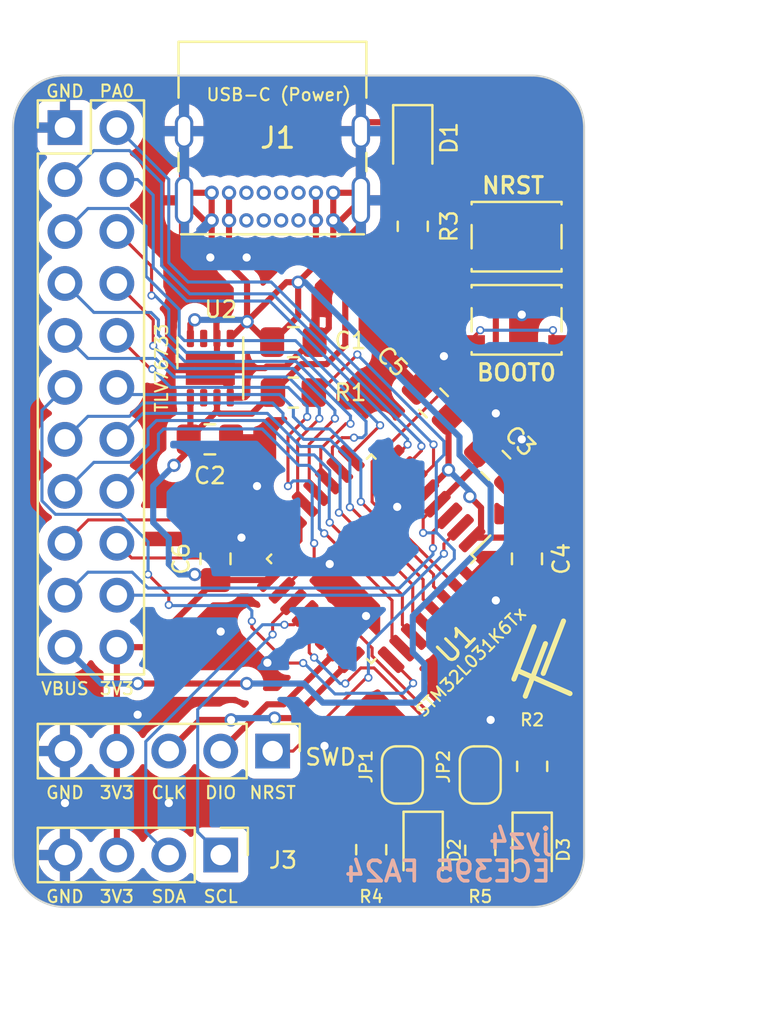
<source format=kicad_pcb>
(kicad_pcb (version 20221018) (generator pcbnew)
  (layers (0 "F.Cu" signal) (31 "B.Cu" signal) (34 "B.Paste" user) (35 "F.Paste" user) (36 "B.SilkS" user "B.Silkscreen") (37 "F.SilkS" user "F.Silkscreen") (38 "B.Mask" user) (39 "F.Mask" user) (44 "Edge.Cuts" user))
  (net 0 "")
  (net 1 "VBUS")
  (net 2 "GND")
  (net 3 "+3V3")
  (net 4 "NRST")
  (net 5 "Net-(D1-A)")
  (net 6 "Net-(D2-A)")
  (net 7 "Net-(D3-A)")
  (net 16 "SWDIO")
  (net 17 "SWCLK")
  (net 18 "I2C1_SCL")
  (net 19 "I2C1_SDA")
  (net 20 "PA0")
  (net 21 "PA1")
  (net 22 "PA2")
  (net 23 "PA3")
  (net 24 "PA4")
  (net 25 "PA5")
  (net 26 "PA6")
  (net 27 "PA7")
  (net 28 "PA8")
  (net 29 "PA15")
  (net 30 "PC14")
  (net 31 "PC15")
  (net 32 "PB0")
  (net 33 "PB1")
  (net 34 "PB3")
  (net 35 "PB4")
  (net 36 "PB5")
  (net 37 "PB6")
  (net 38 "PB7")
  (net 39 "Net-(JP1-A)")
  (net 40 "USER_LED_1")
  (net 41 "Net-(JP2-A)")
  (net 42 "USER_LED_2")
  (net 43 "BOOT0")
  (footprint "Resistor_SMD:R_0805_2012Metric_Pad1.20x1.40mm_HandSolder" (layer "F.Cu") (at 36.068 27.686 90)
    (fp_text reference "R3")
    (fp_text value "1k")
  )
  (footprint "Package_SON:VSON-8-1EP_3x3mm_P0.65mm_EP1.65x2.4mm" (layer "F.Cu") (at 26.162 34.618 90)
    (fp_text reference "U2")
    (fp_text value "TLV76733QWDRBxQ1")
  )
  (footprint "Capacitor_SMD:C_0805_2012Metric_Pad1.18x1.45mm_HandSolder" (layer "F.Cu") (at 26.416 43.942 90)
    (fp_text reference "C6")
    (fp_text value "100nF")
  )
  (footprint "Button_Switch_SMD:SW_SPST_PTS810" (layer "F.Cu") (at 41.148 32.258 180)
    (fp_text reference "SW2" hide)
    (fp_text value "BOOT")
  )
  (footprint "Capacitor_SMD:C_0805_2012Metric_Pad1.18x1.45mm_HandSolder" (layer "F.Cu") (at 40.132 39.37 -45)
    (fp_text reference "C3")
    (fp_text value "100nF")
  )
  (footprint "Capacitor_SMD:C_0805_2012Metric_Pad1.18x1.45mm_HandSolder" (layer "F.Cu") (at 37.084 36.322 135)
    (fp_text reference "C5")
    (fp_text value "100nF")
  )
  (footprint "Package_QFP:LQFP-32_7x7mm_P0.8mm" (layer "F.Cu") (at 34.036 43.942 -135)
    (fp_text reference "U1")
    (fp_text value "STM32L031K6Tx")
  )
  (footprint "LED_SMD:LED_0805_2012Metric_Pad1.15x1.40mm_HandSolder" (layer "F.Cu") (at 41.91 58.207 -90)
    (fp_text reference "D3")
    (fp_text value "LED")
  )
  (footprint "Connector_USB:USB_C_Receptacle_GCT_USB4085" (layer "F.Cu") (at 32.178 27.396 180)
    (fp_text reference "J1")
    (fp_text value "USB_C_Receptacle_USB2.0")
  )
  (footprint "footprints:lutet_logo_5mm" (layer "F.Cu") (at 42.418 49.276)
    (fp_text reference "REF**" hide)
    (fp_text value "lutet_logo_5mm" hide)
  )
  (footprint "Resistor_SMD:R_0805_2012Metric_Pad1.20x1.40mm_HandSolder" (layer "F.Cu") (at 30.226 35.814)
    (fp_text reference "R1")
    (fp_text value "10k")
  )
  (footprint "Jumper:SolderJumper-2_P1.3mm_Bridged2Bar_RoundedPad1.0x1.5mm" (layer "F.Cu") (at 39.37 54.509 90)
    (fp_text reference "JP2")
    (fp_text value "USER_LED_2_EN")
  )
  (footprint "Capacitor_SMD:C_0805_2012Metric_Pad1.18x1.45mm_HandSolder" (layer "F.Cu") (at 30.226 33.348)
    (fp_text reference "C1")
    (fp_text value "1uF")
  )
  (footprint "Connector_PinHeader_2.54mm:PinHeader_1x04_P2.54mm_Vertical" (layer "F.Cu") (at 26.67 58.42 -90)
    (fp_text reference "J3")
    (fp_text value "I2C1")
  )
  (footprint "Resistor_SMD:R_0805_2012Metric_Pad1.20x1.40mm_HandSolder" (layer "F.Cu") (at 39.37 58.191 -90)
    (fp_text reference "R5")
    (fp_text value "1k")
  )
  (footprint "Resistor_SMD:R_0805_2012Metric_Pad1.20x1.40mm_HandSolder" (layer "F.Cu") (at 34.036 58.159 -90)
    (fp_text reference "R4")
    (fp_text value "1k")
  )
  (footprint "Capacitor_SMD:C_0805_2012Metric_Pad1.18x1.45mm_HandSolder" (layer "F.Cu") (at 26.1405 38.1)
    (fp_text reference "C2")
    (fp_text value "2.2uF")
  )
  (footprint "Button_Switch_SMD:SW_SPST_PTS810" (layer "F.Cu") (at 41.148 28.194)
    (fp_text reference "SW1" hide)
    (fp_text value "RST")
  )
  (footprint "Resistor_SMD:R_0805_2012Metric_Pad1.20x1.40mm_HandSolder" (layer "F.Cu") (at 41.91 54.086 -90)
    (fp_text reference "R2")
    (fp_text value "10k")
  )
  (footprint "LED_SMD:LED_0805_2012Metric_Pad1.15x1.40mm_HandSolder" (layer "F.Cu") (at 36.576 58.166 -90)
    (fp_text reference "D2")
    (fp_text value "LED")
  )
  (footprint "Capacitor_SMD:C_0805_2012Metric_Pad1.18x1.45mm_HandSolder" (layer "F.Cu") (at 41.656 43.942 -90)
    (fp_text reference "C4")
    (fp_text value "100nF")
  )
  (footprint "LED_SMD:LED_0805_2012Metric_Pad1.15x1.40mm_HandSolder" (layer "F.Cu") (at 36.068 23.622 -90)
    (fp_text reference "D1")
    (fp_text value "LED")
  )
  (footprint "Connector_PinHeader_2.54mm:PinHeader_2x11_P2.54mm_Vertical" (layer "F.Cu") (at 19.05 22.86)
    (fp_text reference "J4" hide)
    (fp_text value "GPIO")
  )
  (footprint "Jumper:SolderJumper-2_P1.3mm_Bridged2Bar_RoundedPad1.0x1.5mm" (layer "F.Cu") (at 35.56 54.507 90)
    (fp_text reference "JP1")
    (fp_text value "USER_LED_1_EN")
  )
  (footprint "Connector_PinHeader_2.54mm:PinHeader_1x05_P2.54mm_Vertical" (layer "F.Cu") (at 29.21 53.34 -90)
    (fp_text reference "J2" hide)
    (fp_text value "Programming")
  )
  (gr_arc (start 19.05 60.96) (mid 17.253949 60.216051) (end 16.51 58.42) (stroke (width 0.1)) (layer "Edge.Cuts"))
  (gr_line (start 41.91 20.32) (end 19.05 20.32) (stroke (width 0.1)) (layer "Edge.Cuts"))
  (gr_line (start 41.91 60.96) (end 19.05 60.96) (stroke (width 0.1)) (layer "Edge.Cuts"))
  (gr_line (start 16.51 58.42) (end 16.51 22.86) (stroke (width 0.1)) (layer "Edge.Cuts"))
  (gr_arc (start 16.51 22.86) (mid 17.253949 21.063949) (end 19.05 20.32) (stroke (width 0.1)) (layer "Edge.Cuts"))
  (gr_line (start 44.45 22.86) (end 44.45 58.42) (stroke (width 0.1)) (layer "Edge.Cuts"))
  (gr_arc (start 41.91 20.32) (mid 43.706051 21.063949) (end 44.45 22.86) (stroke (width 0.1)) (layer "Edge.Cuts"))
  (gr_arc (start 44.45 58.42) (mid 43.706051 60.216051) (end 41.91 60.96) (stroke (width 0.1)) (layer "Edge.Cuts"))
  (gr_text "jyz4	\nECE395 FA24" (at 42.926 58.42) (layer "B.SilkS") (effects (font (size 1 1) (thickness 0.18) bold) (justify left mirror)))
  (gr_text "NRST\n" (at 39.37 26.162) (layer "F.SilkS") (effects (font (size 0.8 0.8) (thickness 0.15) bold) (justify left bottom)))
  (gr_text "SCL\n" (at 26.67 60.452) (layer "F.SilkS") (effects (font (size 0.6 0.6) (thickness 0.1) bold)))
  (gr_text "GND" (at 19.05 55.372) (layer "F.SilkS") (effects (font (size 0.6 0.6) (thickness 0.1) bold)))
  (gr_text "GND" (at 19.05 60.452) (layer "F.SilkS") (effects (font (size 0.6 0.6) (thickness 0.1) bold)))
  (gr_text "BOOT0" (at 39.116 35.306) (layer "F.SilkS") (effects (font (size 0.8 0.8) (thickness 0.15) bold) (justify left bottom)))
  (gr_text "GND" (at 19.05 21.082) (layer "F.SilkS") (effects (font (size 0.6 0.6) (thickness 0.1) bold)))
  (gr_text "SDA" (at 24.13 60.452) (layer "F.SilkS") (effects (font (size 0.6 0.6) (thickness 0.1) bold)))
  (gr_text "PA0" (at 21.59 21.082) (layer "F.SilkS") (effects (font (size 0.6 0.6) (thickness 0.1) bold)))
  (gr_text "3V3" (at 21.59 50.292) (layer "F.SilkS") (effects (font (size 0.6 0.6) (thickness 0.1) bold)))
  (gr_text "3V3" (at 21.59 55.372) (layer "F.SilkS") (effects (font (size 0.6 0.6) (thickness 0.1) bold)))
  (gr_text "TLV76733" (at 24.13 36.83 90) (layer "F.SilkS") (effects (font (size 0.6 0.6) (thickness 0.1) bold) (justify left bottom)))
  (gr_text "STM32L031K6Tx" (at 36.576 51.816 45) (layer "F.SilkS") (effects (font (size 0.6 0.6) (thickness 0.1) bold) (justify left bottom)))
  (gr_text "NRST" (at 29.21 55.372) (layer "F.SilkS") (effects (font (size 0.6 0.6) (thickness 0.1) bold)))
  (gr_text "DIO" (at 26.67 55.372) (layer "F.SilkS") (effects (font (size 0.6 0.6) (thickness 0.1) bold)))
  (gr_text "CLK" (at 24.13 55.372) (layer "F.SilkS") (effects (font (size 0.6 0.6) (thickness 0.1) bold)))
  (gr_text "VBUS" (at 19.05 50.292) (layer "F.SilkS") (effects (font (size 0.6 0.6) (thickness 0.1) bold)))
  (gr_text "3V3" (at 21.59 60.452) (layer "F.SilkS") (effects (font (size 0.6 0.6) (thickness 0.1) bold)))
  (gr_text "USB-C (Power)" (at 25.915 21.604) (layer "F.SilkS") (effects (font (size 0.6 0.6) (thickness 0.1) bold) (justify left bottom)))
  (gr_text "SWD" (at 30.734 54.102) (layer "F.SilkS") (effects (font (size 0.8 0.8) (thickness 0.12)) (justify left bottom)))
  (segment (start 27.94 50.038) (end 23.49 50.038) (width 0.3) (layer "F.Cu") (net 1))
  (segment (start 30.46 30.42) (end 29.885 30.42) (width 0.3) (layer "F.Cu") (net 1))
  (segment (start 29.1885 33.348) (end 28.963 33.348) (width 0.3) (layer "F.Cu") (net 1))
  (segment (start 30.46 30.42) (end 30.46 32.0765) (width 0.3) (layer "F.Cu") (net 1))
  (segment (start 27.078 26.046) (end 27.078 27.396) (width 0.3) (layer "F.Cu") (net 1))
  (segment (start 27.96 32.345) (end 27.96 30.42) (width 0.3) (layer "F.Cu") (net 1))
  (segment (start 29.885 30.42) (end 27.96 32.345) (width 0.3) (layer "F.Cu") (net 1))
  (segment (start 23.49 50.038) (end 22.606 50.038) (width 0.3) (layer "F.Cu") (net 1))
  (segment (start 25.187 33.168) (end 25.187 32.471) (width 0.3) (layer "F.Cu") (net 1))
  (segment (start 27.078 29.538) (end 27.96 30.42) (width 0.3) (layer "F.Cu") (net 1))
  (segment (start 28.963 33.348) (end 27.96 32.345) (width 0.3) (layer "F.Cu") (net 1))
  (segment (start 27.078 27.396) (end 27.078 29.538) (width 0.3) (layer "F.Cu") (net 1))
  (segment (start 25.187 32.471) (end 25.4 32.258) (width 0.3) (layer "F.Cu") (net 1))
  (segment (start 31.328 27.396) (end 31.328 26.046) (width 0.3) (layer "F.Cu") (net 1))
  (segment (start 27.137 33.168) (end 27.96 32.345) (width 0.3) (layer "F.Cu") (net 1))
  (segment (start 30.46 30.42) (end 31.328 29.552) (width 0.3) (layer "F.Cu") (net 1))
  (segment (start 30.46 32.0765) (end 29.1885 33.348) (width 0.3) (layer "F.Cu") (net 1))
  (segment (start 31.328 29.552) (end 31.328 27.396) (width 0.3) (layer "F.Cu") (net 1))
  (via (at 30.46 30.42) (size 0.65) (drill 0.4) (layers "F.Cu" "B.Cu") (net 1))
  (via (at 25.4 32.258) (size 0.65) (drill 0.4) (layers "F.Cu" "B.Cu") (net 1))
  (via (at 22.606 50.038) (size 0.65) (drill 0.4) (layers "F.Cu" "B.Cu") (net 1))
  (via (at 27.96 32.345) (size 0.65) (drill 0.4) (layers "F.Cu" "B.Cu") (net 1))
  (via (at 27.94 50.038) (size 0.65) (drill 0.4) (layers "F.Cu" "B.Cu") (net 1))
  (segment (start 31.667 50.971) (end 36.151 50.971) (width 0.3) (layer "B.Cu") (net 1))
  (segment (start 20.828 50.038) (end 19.05 48.26) (width 0.3) (layer "B.Cu") (net 1))
  (segment (start 36.151 50.971) (end 36.634392 50.487608) (width 0.3) (layer "B.Cu") (net 1))
  (segment (start 36.068 46.736) (end 39.878 42.926) (width 0.3) (layer "B.Cu") (net 1))
  (segment (start 39.878 40.386) (end 38.354 38.862) (width 0.3) (layer "B.Cu") (net 1))
  (segment (start 30.794 30.42) (end 30.46 30.42) (width 0.3) (layer "B.Cu") (net 1))
  (segment (start 30.734 50.038) (end 31.667 50.971) (width 0.3) (layer "B.Cu") (net 1))
  (segment (start 36.634392 49.080392) (end 36.068 48.514) (width 0.3) (layer "B.Cu") (net 1))
  (segment (start 27.873 32.258) (end 27.96 32.345) (width 0.3) (layer "B.Cu") (net 1))
  (segment (start 38.354 37.98) (end 30.794 30.42) (width 0.3) (layer "B.Cu") (net 1))
  (segment (start 36.634392 50.487608) (end 36.634392 49.080392) (width 0.3) (layer "B.Cu") (net 1))
  (segment (start 36.068 48.514) (end 36.068 46.736) (width 0.3) (layer "B.Cu") (net 1))
  (segment (start 27.94 50.038) (end 30.734 50.038) (width 0.3) (layer "B.Cu") (net 1))
  (segment (start 25.4 32.258) (end 27.873 32.258) (width 0.3) (layer "B.Cu") (net 1))
  (segment (start 38.354 38.862) (end 38.354 37.98) (width 0.3) (layer "B.Cu") (net 1))
  (segment (start 22.606 50.038) (end 20.828 50.038) (width 0.3) (layer "B.Cu") (net 1))
  (segment (start 39.878 42.926) (end 39.878 40.386) (width 0.3) (layer "B.Cu") (net 1))
  (segment (start 26.487 34.293) (end 26.487 33.168) (width 0.3) (layer "F.Cu") (net 2))
  (segment (start 28.844183 34.618) (end 28.194 34.618) (width 0.3) (layer "F.Cu") (net 2))
  (segment (start 26.228 30.188) (end 26.46 30.42) (width 0.3) (layer "F.Cu") (net 2))
  (segment (start 32.178 26.046) (end 33.158 26.046) (width 0.3) (layer "F.Cu") (net 2))
  (segment (start 26.228 29.144) (end 26.162 29.21) (width 0.3) (layer "F.Cu") (net 2))
  (segment (start 32.01 29.11) (end 32.178 28.942) (width 0.3) (layer "F.Cu") (net 2))
  (segment (start 28.918183 34.544) (end 28.844183 34.618) (width 0.3) (layer "F.Cu") (net 2))
  (segment (start 24.878 28.838) (end 24.878 26.416) (width 0.3) (layer "F.Cu") (net 2))
  (segment (start 27.94 35.814) (end 27.94 34.872) (width 0.3) (layer "F.Cu") (net 2))
  (segment (start 41.590772 44.914272) (end 41.656 44.9795) (width 0.3) (layer "F.Cu") (net 2))
  (segment (start 29.038702 42.9045) (end 29.10393 42.969728) (width 0.3) (layer "F.Cu") (net 2))
  (segment (start 26.487 33.168) (end 26.46 33.141) (width 0.3) (layer "F.Cu") (net 2))
  (segment (start 26.46 33.141) (end 26.46 30.42) (width 0.3) (layer "F.Cu") (net 2))
  (segment (start 26.162 34.618) (end 26.487 34.293) (width 0.3) (layer "F.Cu") (net 2))
  (segment (start 31.055604 33.348) (end 31.2635 33.348) (width 0.3) (layer "F.Cu") (net 2))
  (segment (start 32.01 30.37) (end 31.96 30.42) (width 0.3) (layer "F.Cu") (net 2))
  (segment (start 25.248 26.046) (end 24.878 26.416) (width 0.3) (layer "F.Cu") (net 2))
  (segment (start 27.94 34.872) (end 28.194 34.618) (width 0.3) (layer "F.Cu") (net 2))
  (segment (start 32.01 29.11) (end 32.01 30.37) (width 0.3) (layer "F.Cu") (net 2))
  (segment (start 26.162 29.21) (end 26.228 29.276) (width 0.3) (layer "F.Cu") (net 2))
  (segment (start 27.137 35.593) (end 27.137 36.068) (width 0.3) (layer "F.Cu") (net 2))
  (segment (start 36.068 22.597) (end 39.073 25.602) (width 0.3) (layer "F.Cu") (net 2))
  (segment (start 27.686 36.068) (end 27.94 35.814) (width 0.3) (layer "F.Cu") (net 2))
  (segment (start 33.158 26.046) (end 33.528 26.416) (width 0.3) (layer "F.Cu") (net 2))
  (segment (start 27.137 34.913) (end 27.432 34.618) (width 0.3) (layer "F.Cu") (net 2))
  (segment (start 32.178 28.942) (end 32.178 27.396) (width 0.3) (layer "F.Cu") (net 2))
  (segment (start 26.228 29.276) (end 26.228 30.188) (width 0.3) (layer "F.Cu") (net 2))
  (segment (start 26.228 27.396) (end 26.228 29.144) (width 0.3) (layer "F.Cu") (net 2))
  (segment (start 32.178 26.046) (end 32.178 27.396) (width 0.3) (layer "F.Cu") (net 2))
  (segment (start 27.137 36.068) (end 27.686 36.068) (width 0.3) (layer "F.Cu") (net 2))
  (segment (start 27.137 36.068) (end 27.137 34.913) (width 0.3) (layer "F.Cu") (net 2))
  (segment (start 28.918183 34.544) (end 29.859604 34.544) (width 0.3) (layer "F.Cu") (net 2))
  (segment (start 31.2635 33.348) (end 31.96 32.6515) (width 0.3) (layer "F.Cu") (net 2))
  (segment (start 29.859604 34.544) (end 31.055604 33.348) (width 0.3) (layer "F.Cu") (net 2))
  (segment (start 26.228 26.046) (end 25.248 26.046) (width 0.3) (layer "F.Cu") (net 2))
  (segment (start 28.194 34.618) (end 27.432 34.618) (width 0.3) (layer "F.Cu") (net 2))
  (segment (start 33.737 22.597) (end 33.7 22.56) (width 0.3) (layer "F.Cu") (net 2))
  (segment (start 36.068 22.597) (end 33.737 22.597) (width 0.3) (layer "F.Cu") (net 2))
  (segment (start 31.96 32.6515) (end 31.96 30.42) (width 0.3) (layer "F.Cu") (net 2))
  (segment (start 26.46 30.42) (end 24.878 28.838) (width 0.3) (layer "F.Cu") (net 2))
  (segment (start 33.528 27.592) (end 33.528 26.416) (width 0.3) (layer "F.Cu") (net 2))
  (segment (start 32.178 27.396) (end 32.548 27.396) (width 0.3) (layer "F.Cu") (net 2))
  (segment (start 26.162 34.618) (end 27.137 35.593) (width 0.3) (layer "F.Cu") (net 2))
  (segment (start 27.432 34.618) (end 26.162 34.618) (width 0.3) (layer "F.Cu") (net 2))
  (segment (start 38.96807 44.914272) (end 41.590772 44.914272) (width 0.3) (layer "F.Cu") (net 2))
  (segment (start 26.228 26.046) (end 26.228 27.396) (width 0.3) (layer "F.Cu") (net 2))
  (segment (start 26.228 27.396) (end 25.858 27.396) (width 0.3) (layer "F.Cu") (net 2))
  (segment (start 25.858 27.396) (end 24.878 26.416) (width 0.3) (layer "F.Cu") (net 2))
  (segment (start 39.073 27.119) (end 43.223 27.119) (width 0.3) (layer "F.Cu") (net 2))
  (segment (start 26.416 42.9045) (end 29.038702 42.9045) (width 0.3) (layer "F.Cu") (net 2))
  (segment (start 32.178 28.942) (end 33.528 27.592) (width 0.3) (layer "F.Cu") (net 2))
  (segment (start 39.073 25.602) (end 39.073 27.119) (width 0.3) (layer "F.Cu") (net 2))
  (segment (start 32.548 27.396) (end 33.528 26.416) (width 0.3) (layer "F.Cu") (net 2))
  (via (at 28.448 40.386) (size 0.65) (drill 0.4) (layers "F.Cu" "B.Cu") (net 2))
  (via (at 26.162 29.21) (size 0.65) (drill 0.4) (layers "F.Cu" "B.Cu") (net 2))
  (via (at 39.878 51.816) (size 0.65) (drill 0.4) (layers "F.Cu" "B.Cu") (net 2))
  (via (at 40.132 45.974) (size 0.65) (drill 0.4) (layers "F.Cu" "B.Cu") (net 2))
  (via (at 31.75 53.086) (size 0.65) (drill 0.4) (layers "F.Cu" "B.Cu") (net 2))
  (via (at 32.004 44.196) (size 0.65) (drill 0.4) (layers "F.Cu" "B.Cu") (net 2))
  (via (at 41.402 38.1) (size 0.65) (drill 0.4) (layers "F.Cu" "B.Cu") (net 2))
  (via (at 24.13 55.88) (size 0.65) (drill 0.4) (layers "F.Cu" "B.Cu") (net 2))
  (via (at 26.67 47.498) (size 0.65) (drill 0.4) (layers "F.Cu" "B.Cu") (net 2))
  (via (at 41.402 32.004) (size 0.65) (drill 0.4) (layers "F.Cu" "B.Cu") (net 2))
  (via (at 27.686 42.9045) (size 0.65) (drill 0.4) (layers "F.Cu" "B.Cu") (net 2))
  (via (at 22.606 51.562) (size 0.65) (drill 0.4) (layers "F.Cu" "B.Cu") (net 2))
  (via (at 28.956 49.022) (size 0.65) (drill 0.4) (layers "F.Cu" "B.Cu") (net 2))
  (via (at 33.782 46.736) (size 0.65) (drill 0.4) (layers "F.Cu" "B.Cu") (net 2))
  (via (at 19.05 55.88) (size 0.65) (drill 0.4) (layers "F.Cu" "B.Cu") (net 2))
  (via (at 40.132 36.83) (size 0.65) (drill 0.4) (layers "F.Cu" "B.Cu") (net 2))
  (via (at 37.592 34.036) (size 0.65) (drill 0.4) (layers "F.Cu" "B.Cu") (net 2))
  (via (at 27.94 29.21) (size 0.65) (drill 0.4) (layers "F.Cu" "B.Cu") (net 2))
  (via (at 35.306 41.402) (size 0.65) (drill 0.4) (layers "F.Cu" "B.Cu") (net 2))
  (segment (start 39.407714 41.439714) (end 38.862 40.894) (width 0.3) (layer "F.Cu") (net 3))
  (segment (start 37.817623 39.594691) (end 37.817623 37.055623) (width 0.3) (layer "F.Cu") (net 3))
  (segment (start 39.033298 42.9045) (end 38.96807 42.969728) (width 0.3) (layer "F.Cu") (net 3))
  (segment (start 26.487 36.068) (end 26.487 36.716) (width 0.3) (layer "F.Cu") (net 3))
  (segment (start 40.132 34.741246) (end 40.132 31.183) (width 0.3) (layer "F.Cu") (net 3))
  (segment (start 26.487 36.716) (end 25.103 38.1) (width 0.3) (layer "F.Cu") (net 3))
  (segment (start 25.103 38.651) (end 24.384 39.37) (width 0.3) (layer "F.Cu") (net 3))
  (segment (start 35.322 28.686) (end 32.766 31.242) (width 0.3) (layer "F.Cu") (net 3))
  (segment (start 28.197 36.843) (end 29.226 35.814) (width 0.3) (layer "F.Cu") (net 3))
  (segment (start 36.705328 40.706986) (end 37.817623 39.594691) (width 0.3) (layer "F.Cu") (net 3))
  (segment (start 41.656 42.9045) (end 39.033298 42.9045) (width 0.3) (layer "F.Cu") (net 3))
  (segment (start 25.4 44.704) (end 26.1405 44.704) (width 0.3) (layer "F.Cu") (net 3))
  (segment (start 32.766 33.506528) (end 31.849528 34.423) (width 0.3) (layer "F.Cu") (net 3))
  (segment (start 23.1355 48.26) (end 26.416 44.9795) (width 0.3) (layer "F.Cu") (net 3))
  (segment (start 39.407714 42.530084) (end 39.407714 41.439714) (width 0.3) (layer "F.Cu") (net 3))
  (segment (start 26.487 36.716) (end 26.614 36.843) (width 0.3) (layer "F.Cu") (net 3))
  (segment (start 32.766 31.242) (end 32.766 33.506528) (width 0.3) (layer "F.Cu") (net 3))
  (segment (start 26.1405 44.704) (end 26.416 44.9795) (width 0.3) (layer "F.Cu") (net 3))
  (segment (start 36.068 28.686) (end 35.322 28.686) (width 0.3) (layer "F.Cu") (net 3))
  (segment (start 36.576 28.686) (end 39.073 31.183) (width 0.3) (layer "F.Cu") (net 3))
  (segment (start 37.817623 37.055623) (end 40.132 34.741246) (width 0.3) (layer "F.Cu") (net 3))
  (segment (start 25.187 36.068) (end 25.187 38.016) (width 0.3) (layer "F.Cu") (net 3))
  (segment (start 39.073 31.183) (end 40.132 31.183) (width 0.3) (layer "F.Cu") (net 3))
  (segment (start 25.187 38.016) (end 25.103 38.1) (width 0.3) (layer "F.Cu") (net 3))
  (segment (start 40.132 31.183) (end 43.223 31.183) (width 0.3) (layer "F.Cu") (net 3))
  (segment (start 26.416 44.9795) (end 29.038702 44.9795) (width 0.3) (layer "F.Cu") (net 3))
  (segment (start 31.849528 34.423) (end 30.617 34.423) (width 0.3) (layer "F.Cu") (net 3))
  (segment (start 29.038702 44.9795) (end 29.10393 44.914272) (width 0.3) (layer "F.Cu") (net 3))
  (segment (start 21.59 48.26) (end 23.1355 48.26) (width 0.3) (layer "F.Cu") (net 3))
  (segment (start 30.617 34.423) (end 29.226 35.814) (width 0.3) (layer "F.Cu") (net 3))
  (segment (start 38.96807 42.969728) (end 39.407714 42.530084) (width 0.3) (layer "F.Cu") (net 3))
  (segment (start 21.59 48.26) (end 21.59 58.42) (width 0.3) (layer "F.Cu") (net 3))
  (segment (start 36.068 28.686) (end 36.576 28.686) (width 0.3) (layer "F.Cu") (net 3))
  (segment (start 25.103 38.1) (end 25.103 38.651) (width 0.3) (layer "F.Cu") (net 3))
  (segment (start 26.614 36.843) (end 28.197 36.843) (width 0.3) (layer "F.Cu") (net 3))
  (via (at 25.4 44.704) (size 0.65) (drill 0.4) (layers "F.Cu" "B.Cu") (net 3))
  (via (at 37.817623 39.594691) (size 0.65) (drill 0.4) (layers "F.Cu" "B.Cu") (net 3))
  (via (at 24.384 39.37) (size 0.65) (drill 0.4) (layers "F.Cu" "B.Cu") (net 3))
  (via (at 38.862 40.894) (size 0.65) (drill 0.4) (layers "F.Cu" "B.Cu") (net 3))
  (segment (start 24.384 39.37) (end 23.368 40.386) (width 0.3) (layer "B.Cu") (net 3))
  (segment (start 23.368 40.386) (end 23.368 42.164) (width 0.3) (layer "B.Cu") (net 3))
  (segment (start 24.13 44.196) (end 24.638 44.704) (width 0.3) (layer "B.Cu") (net 3))
  (segment (start 23.368 42.164) (end 24.13 42.926) (width 0.3) (layer "B.Cu") (net 3))
  (segment (start 24.13 42.926) (end 24.13 44.196) (width 0.3) (layer "B.Cu") (net 3))
  (segment (start 38.862 40.894) (end 38.862 40.639068) (width 0.3) (layer "B.Cu") (net 3))
  (segment (start 24.638 44.704) (end 25.4 44.704) (width 0.3) (layer "B.Cu") (net 3))
  (segment (start 38.862 40.639068) (end 37.817623 39.594691) (width 0.3) (layer "B.Cu") (net 3))
  (segment (start 33.355523 33.954477) (end 31.496 35.814) (width 0.15) (layer "F.Cu") (net 4))
  (segment (start 31.496 35.814) (end 31.226 35.814) (width 0.15) (layer "F.Cu") (net 4))
  (segment (start 29.21 53.34) (end 30.21 53.34) (width 0.15) (layer "F.Cu") (net 4))
  (segment (start 33.782 49.768) (end 33.87836 49.768) (width 0.15) (layer "F.Cu") (net 4))
  (segment (start 30.21 53.34) (end 33.782 49.768) (width 0.15) (layer "F.Cu") (net 4))
  (segment (start 39.398377 39.145309) (end 37.271014 41.272672) (width 0.3) (layer "F.Cu") (net 4))
  (segment (start 44.098 33.936754) (end 44.098 30.144) (width 0.3) (layer "F.Cu") (net 4))
  (segment (start 33.87836 49.768) (end 33.89586 49.7505) (width 0.15) (layer "F.Cu") (net 4))
  (segment (start 36.576 42.672) (end 36.576 41.967686) (width 0.15) (layer "F.Cu") (net 4))
  (segment (start 39.398377 38.636377) (end 44.098 33.936754) (width 0.3) (layer "F.Cu") (net 4))
  (segment (start 39.073 29.269) (end 43.223 29.269) (width 0.3) (layer "F.Cu") (net 4))
  (segment (start 44.098 30.144) (end 43.223 29.269) (width 0.3) (layer "F.Cu") (net 4))
  (segment (start 36.576 41.967686) (end 37.271014 41.272672) (width 0.15) (layer "F.Cu") (net 4))
  (segment (start 39.398377 38.636377) (end 39.398377 39.145309) (width 0.3) (layer "F.Cu") (net 4))
  (via (at 33.355523 33.954477) (size 0.4) (drill 0.25) (layers "F.Cu" "B.Cu") (net 4))
  (via (at 36.576 42.672) (size 0.4) (drill 0.25) (layers "F.Cu" "B.Cu") (net 4))
  (via (at 33.89586 49.7505) (size 0.4) (drill 0.25) (layers "F.Cu" "B.Cu") (net 4))
  (segment (start 33.89586 49.7505) (end 33.89586 48.14614) (width 0.15) (layer "B.Cu") (net 4))
  (segment (start 37.247752 42.672) (end 36.576 42.672) (width 0.15) (layer "B.Cu") (net 4))
  (segment (start 37.247752 42.672) (end 37.217623 42.641871) (width 0.15) (layer "B.Cu") (net 4))
  (segment (start 37.592 38.862) (end 37.592 38.190954) (width 0.15) (layer "B.Cu") (net 4))
  (segment (start 37.217623 39.236377) (end 37.592 38.862) (width 0.15) (layer "B.Cu") (net 4))
  (segment (start 38.1 43.524248) (end 37.247752 42.672) (width 0.15) (layer "B.Cu") (net 4))
  (segment (start 38.1 43.942) (end 38.1 43.524248) (width 0.15) (layer "B.Cu") (net 4))
  (segment (start 33.89586 48.14614) (end 38.1 43.942) (width 0.15) (layer "B.Cu") (net 4))
  (segment (start 37.217623 42.641871) (end 37.217623 39.236377) (width 0.15) (layer "B.Cu") (net 4))
  (segment (start 37.592 38.190954) (end 33.355523 33.954477) (width 0.15) (layer "B.Cu") (net 4))
  (segment (start 36.068 24.647) (end 36.068 26.686) (width 0.3) (layer "F.Cu") (net 5))
  (segment (start 34.036 59.159) (end 36.544 59.159) (width 0.3) (layer "F.Cu") (net 6))
  (segment (start 36.544 59.159) (end 36.576 59.191) (width 0.3) (layer "F.Cu") (net 6))
  (segment (start 39.37 59.191) (end 41.869 59.191) (width 0.3) (layer "F.Cu") (net 7))
  (segment (start 41.869 59.191) (end 41.91 59.232) (width 0.3) (layer "F.Cu") (net 7))
  (segment (start 29.752427 51.054) (end 28.956 51.054) (width 0.3) (layer "F.Cu") (net 16))
  (segment (start 28.956 51.054) (end 26.67 53.34) (width 0.3) (layer "F.Cu") (net 16))
  (segment (start 32.498043 48.308384) (end 29.752427 51.054) (width 0.3) (layer "F.Cu") (net 16))
  (segment (start 33.063728 48.87407) (end 30.209298 51.7285) (width 0.3) (layer "F.Cu") (net 17))
  (segment (start 25.654 51.816) (end 24.13 53.34) (width 0.3) (layer "F.Cu") (net 17))
  (segment (start 27.178 51.816) (end 25.654 51.816) (width 0.3) (layer "F.Cu") (net 17))
  (segment (start 30.209298 51.7285) (end 29.305944 51.7285) (width 0.3) (layer "F.Cu") (net 17))
  (via (at 27.178 51.816) (size 0.65) (drill 0.4) (layers "F.Cu" "B.Cu") (net 17))
  (via (at 29.305944 51.7285) (size 0.65) (drill 0.4) (layers "F.Cu" "B.Cu") (net 17))
  (segment (start 27.2655 51.7285) (end 27.178 51.816) (width 0.3) (layer "B.Cu") (net 17))
  (segment (start 29.305944 51.7285) (end 27.2655 51.7285) (width 0.3) (layer "B.Cu") (net 17))
  (segment (start 29.21 47.070944) (end 29.21 47.637928) (width 0.15) (layer "F.Cu") (net 18))
  (segment (start 30.235301 46.045643) (end 29.21 47.070944) (width 0.15) (layer "F.Cu") (net 18))
  (via (at 29.21 47.637928) (size 0.4) (drill 0.25) (layers "F.Cu" "B.Cu") (net 18))
  (segment (start 29.21 47.637928) (end 25.545 51.302928) (width 0.15) (layer "B.Cu") (net 18))
  (segment (start 25.545 57.295) (end 26.67 58.42) (width 0.15) (layer "B.Cu") (net 18))
  (segment (start 25.545 51.302928) (end 25.545 57.295) (width 0.15) (layer "B.Cu") (net 18))
  (segment (start 30.800986 46.611328) (end 30.248886 47.163428) (width 0.15) (layer "F.Cu") (net 19))
  (segment (start 30.248886 47.163428) (end 29.788561 47.163428) (width 0.15) (layer "F.Cu") (net 19))
  (via (at 29.788561 47.163428) (size 0.4) (drill 0.25) (layers "F.Cu" "B.Cu") (net 19))
  (segment (start 23.005 57.295) (end 24.13 58.42) (width 0.15) (layer "B.Cu") (net 19))
  (segment (start 23.005 52.874009) (end 23.005 57.295) (width 0.15) (layer "B.Cu") (net 19))
  (segment (start 29.788561 47.163428) (end 28.715581 47.163428) (width 0.15) (layer "B.Cu") (net 19))
  (segment (start 28.715581 47.163428) (end 23.005 52.874009) (width 0.15) (layer "B.Cu") (net 19))
  (segment (start 36.139643 40.141301) (end 36.312699 40.141301) (width 0.15) (layer "F.Cu") (net 20))
  (segment (start 36.312699 40.141301) (end 37.084 39.37) (width 0.15) (layer "F.Cu") (net 20))
  (segment (start 37.084 39.37) (end 37.084 38.354) (width 0.15) (layer "F.Cu") (net 20))
  (via (at 37.084 38.354) (size 0.4) (drill 0.25) (layers "F.Cu" "B.Cu") (net 20))
  (segment (start 25.076 30.41) (end 24.13 29.464) (width 0.15) (layer "B.Cu") (net 20))
  (segment (start 24.13 29.464) (end 24.13 25.4) (width 0.15) (layer "B.Cu") (net 20))
  (segment (start 29.14 30.41) (end 25.076 30.41) (width 0.15) (layer "B.Cu") (net 20))
  (segment (start 37.084 38.354) (end 29.14 30.41) (width 0.15) (layer "B.Cu") (net 20))
  (segment (start 24.13 25.4) (end 21.59 22.86) (width 0.15) (layer "B.Cu") (net 20))
  (segment (start 36.490149 38.436121) (end 36.490149 38.659424) (width 0.15) (layer "F.Cu") (net 21))
  (segment (start 36.490149 38.659424) (end 35.573957 39.575616) (width 0.15) (layer "F.Cu") (net 21))
  (via (at 36.490149 38.436121) (size 0.4) (drill 0.25) (layers "F.Cu" "B.Cu") (net 21))
  (segment (start 25.159025 30.988) (end 29.21 30.988) (width 0.15) (layer "B.Cu") (net 21))
  (segment (start 23.78 29.608975) (end 25.159025 30.988) (width 0.15) (layer "B.Cu") (net 21))
  (segment (start 20.465 23.985) (end 22.207 23.985) (width 0.15) (layer "B.Cu") (net 21))
  (segment (start 29.21 30.988) (end 36.490149 38.268149) (width 0.15) (layer "B.Cu") (net 21))
  (segment (start 19.05 25.4) (end 20.465 23.985) (width 0.15) (layer "B.Cu") (net 21))
  (segment (start 36.490149 38.268149) (end 36.490149 38.436121) (width 0.15) (layer "B.Cu") (net 21))
  (segment (start 22.207 23.985) (end 23.78 25.558) (width 0.15) (layer "B.Cu") (net 21))
  (segment (start 23.78 25.558) (end 23.78 29.608975) (width 0.15) (layer "B.Cu") (net 21))
  (segment (start 35.008272 39.00993) (end 35.15807 39.00993) (width 0.15) (layer "F.Cu") (net 22))
  (segment (start 35.15807 39.00993) (end 35.814 38.354) (width 0.15) (layer "F.Cu") (net 22))
  (via (at 35.814 38.354) (size 0.4) (drill 0.25) (layers "F.Cu" "B.Cu") (net 22))
  (segment (start 29.065026 31.338) (end 25.014051 31.338) (width 0.15) (layer "B.Cu") (net 22))
  (segment (start 25.014051 31.338) (end 23.368 29.691949) (width 0.15) (layer "B.Cu") (net 22))
  (segment (start 35.814 38.354) (end 35.814 38.086974) (width 0.15) (layer "B.Cu") (net 22))
  (segment (start 22.606 25.4) (end 21.59 25.4) (width 0.15) (layer "B.Cu") (net 22))
  (segment (start 23.368 29.691949) (end 23.368 26.162) (width 0.15) (layer "B.Cu") (net 22))
  (segment (start 35.814 38.086974) (end 29.065026 31.338) (width 0.15) (layer "B.Cu") (net 22))
  (segment (start 23.368 26.162) (end 22.606 25.4) (width 0.15) (layer "B.Cu") (net 22))
  (segment (start 34.46899 37.41301) (end 33.063728 38.818272) (width 0.15) (layer "F.Cu") (net 23))
  (segment (start 33.063728 38.818272) (end 33.063728 39.00993) (width 0.15) (layer "F.Cu") (net 23))
  (via (at 34.46899 37.41301) (size 0.4) (drill 0.25) (layers "F.Cu" "B.Cu") (net 23))
  (segment (start 22.147 26.815) (end 23.018 27.686) (width 0.15) (layer "B.Cu") (net 23))
  (segment (start 25.146 33.274) (end 30.32998 33.274) (width 0.15) (layer "B.Cu") (net 23))
  (segment (start 24.638 33.02) (end 24.892 33.274) (width 0.15) (layer "B.Cu") (net 23))
  (segment (start 30.32998 33.274) (end 34.46899 37.41301) (width 0.15) (layer "B.Cu") (net 23))
  (segment (start 24.638 31.75) (end 24.638 33.02) (width 0.15) (layer "B.Cu") (net 23))
  (segment (start 23.018 27.686) (end 23.018 30.13) (width 0.15) (layer "B.Cu") (net 23))
  (segment (start 24.13 31.242) (end 24.638 31.75) (width 0.15) (layer "B.Cu") (net 23))
  (segment (start 24.892 33.274) (end 25.146 33.274) (width 0.15) (layer "B.Cu") (net 23))
  (segment (start 20.175 26.815) (end 22.147 26.815) (width 0.15) (layer "B.Cu") (net 23))
  (segment (start 23.018 30.13) (end 24.13 31.242) (width 0.15) (layer "B.Cu") (net 23))
  (segment (start 19.05 27.94) (end 20.175 26.815) (width 0.15) (layer "B.Cu") (net 23))
  (segment (start 32.605612 38.018477) (end 33.192477 38.018477) (width 0.15) (layer "F.Cu") (net 24))
  (segment (start 32.133398 38.490691) (end 32.605612 38.018477) (width 0.15) (layer "F.Cu") (net 24))
  (segment (start 32.133398 39.210971) (end 32.133398 38.490691) (width 0.15) (layer "F.Cu") (net 24))
  (segment (start 32.498043 39.575616) (end 32.133398 39.210971) (width 0.15) (layer "F.Cu") (net 24))
  (segment (start 23.286477 31.069523) (end 23.286477 29.636477) (width 0.15) (layer "F.Cu") (net 24))
  (segment (start 23.286477 29.636477) (end 21.59 27.94) (width 0.15) (layer "F.Cu") (net 24))
  (via (at 33.192477 38.018477) (size 0.4) (drill 0.25) (layers "F.Cu" "B.Cu") (net 24))
  (via (at 23.286477 31.069523) (size 0.4) (drill 0.25) (layers "F.Cu" "B.Cu") (net 24))
  (segment (start 33.782 37.846) (end 33.782 37.220994) (width 0.15) (layer "B.Cu") (net 24))
  (segment (start 33.192477 38.018477) (end 33.609523 38.018477) (width 0.15) (layer "B.Cu") (net 24))
  (segment (start 30.411503 33.850497) (end 24.973523 33.850497) (width 0.15) (layer "B.Cu") (net 24))
  (segment (start 24.13 33.006974) (end 24.13 31.75) (width 0.15) (layer "B.Cu") (net 24))
  (segment (start 33.782 37.220994) (end 30.411503 33.850497) (width 0.15) (layer "B.Cu") (net 24))
  (segment (start 24.13 31.75) (end 23.449523 31.069523) (width 0.15) (layer "B.Cu") (net 24))
  (segment (start 33.609523 38.018477) (end 33.782 37.846) (width 0.15) (layer "B.Cu") (net 24))
  (segment (start 23.449523 31.069523) (end 23.286477 31.069523) (width 0.15) (layer "B.Cu") (net 24))
  (segment (start 24.973523 33.850497) (end 24.13 33.006974) (width 0.15) (layer "B.Cu") (net 24))
  (segment (start 31.567713 39.776657) (end 31.567713 38.561402) (width 0.15) (layer "F.Cu") (net 25))
  (segment (start 31.567713 38.561402) (end 32.791115 37.338) (width 0.15) (layer "F.Cu") (net 25))
  (segment (start 31.932357 40.141301) (end 31.567713 39.776657) (width 0.15) (layer "F.Cu") (net 25))
  (segment (start 32.791115 37.338) (end 33.02 37.338) (width 0.15) (layer "F.Cu") (net 25))
  (via (at 33.02 37.338) (size 0.4) (drill 0.25) (layers "F.Cu" "B.Cu") (net 25))
  (segment (start 23.259 31.895) (end 20.465 31.895) (width 0.15) (layer "B.Cu") (net 25))
  (segment (start 33.02 37.338) (end 33.02 36.953968) (width 0.15) (layer "B.Cu") (net 25))
  (segment (start 20.465 31.895) (end 19.05 30.48) (width 0.15) (layer "B.Cu") (net 25))
  (segment (start 23.622 32.258) (end 23.259 31.895) (width 0.15) (layer "B.Cu") (net 25))
  (segment (start 24.918052 34.29) (end 23.622 32.993948) (width 0.15) (layer "B.Cu") (net 25))
  (segment (start 33.02 36.953968) (end 30.356032 34.29) (width 0.15) (layer "B.Cu") (net 25))
  (segment (start 23.622 32.993948) (end 23.622 32.258) (width 0.15) (layer "B.Cu") (net 25))
  (segment (start 30.356032 34.29) (end 24.918052 34.29) (width 0.15) (layer "B.Cu") (net 25))
  (segment (start 31.366672 40.706986) (end 31.002027 40.342341) (width 0.15) (layer "F.Cu") (net 26))
  (segment (start 23.368 33.528) (end 23.368 32.258) (width 0.15) (layer "F.Cu") (net 26))
  (segment (start 31.002027 40.342341) (end 31.002027 38.339973) (width 0.15) (layer "F.Cu") (net 26))
  (segment (start 31.002027 38.339973) (end 32.258 37.084) (width 0.15) (layer "F.Cu") (net 26))
  (segment (start 23.368 32.258) (end 21.59 30.48) (width 0.15) (layer "F.Cu") (net 26))
  (via (at 32.258 37.084) (size 0.4) (drill 0.25) (layers "F.Cu" "B.Cu") (net 26))
  (via (at 23.368 33.528) (size 0.4) (drill 0.25) (layers "F.Cu" "B.Cu") (net 26))
  (segment (start 32.258 36.686942) (end 30.678529 35.107471) (width 0.15) (layer "B.Cu") (net 26))
  (segment (start 24.48 34.64) (end 23.368 33.528) (width 0.15) (layer "B.Cu") (net 26))
  (segment (start 25.4 34.64) (end 24.48 34.64) (width 0.15) (layer "B.Cu") (net 26))
  (segment (start 32.258 37.084) (end 32.258 36.686942) (width 0.15) (layer "B.Cu") (net 26))
  (segment (start 30.678529 35.107471) (end 30.211058 34.64) (width 0.15) (layer "B.Cu") (net 26))
  (segment (start 30.211058 34.64) (end 25.4 34.64) (width 0.15) (layer "B.Cu") (net 26))
  (segment (start 30.436342 38.143658) (end 31.496 37.084) (width 0.15) (layer "F.Cu") (net 27))
  (segment (start 30.436342 40.908028) (end 30.436342 38.143658) (width 0.15) (layer "F.Cu") (net 27))
  (segment (start 30.800986 41.272672) (end 30.436342 40.908028) (width 0.15) (layer "F.Cu") (net 27))
  (via (at 31.496 37.084) (size 0.4) (drill 0.25) (layers "F.Cu" "B.Cu") (net 27))
  (segment (start 24.384 35.052) (end 23.477 34.145) (width 0.15) (layer "B.Cu") (net 27))
  (segment (start 29.972 35.052) (end 24.384 35.052) (width 0.15) (layer "B.Cu") (net 27))
  (segment (start 31.496 36.576) (end 29.972 35.052) (width 0.15) (layer "B.Cu") (net 27))
  (segment (start 23.477 34.145) (end 20.175 34.145) (width 0.15) (layer "B.Cu") (net 27))
  (segment (start 31.496 37.084) (end 31.496 36.576) (width 0.15) (layer "B.Cu") (net 27))
  (segment (start 20.175 34.145) (end 19.05 33.02) (width 0.15) (layer "B.Cu") (net 27))
  (segment (start 29.961842 40.386) (end 29.961842 37.942186) (width 0.15) (layer "F.Cu") (net 28))
  (segment (start 29.669616 45.479957) (end 31.242 43.907573) (width 0.15) (layer "F.Cu") (net 28))
  (segment (start 23.233273 34.663273) (end 21.59 33.02) (width 0.15) (layer "F.Cu") (net 28))
  (segment (start 29.961842 37.942186) (end 30.902149 37.001879) (width 0.15) (layer "F.Cu") (net 28))
  (segment (start 31.242 43.907573) (end 31.242 43.18) (width 0.15) (layer "F.Cu") (net 28))
  (segment (start 23.324227 34.663273) (end 23.233273 34.663273) (width 0.15) (layer "F.Cu") (net 28))
  (via (at 31.242 43.18) (size 0.4) (drill 0.25) (layers "F.Cu" "B.Cu") (net 28))
  (via (at 23.324227 34.663273) (size 0.4) (drill 0.25) (layers "F.Cu" "B.Cu") (net 28))
  (via (at 29.961842 40.386) (size 0.4) (drill 0.25) (layers "F.Cu" "B.Cu") (net 28))
  (via (at 30.902149 37.001879) (size 0.4) (drill 0.25) (layers "F.Cu" "B.Cu") (net 28))
  (segment (start 24.220954 35.56) (end 23.324227 34.663273) (width 0.15) (layer "B.Cu") (net 28))
  (segment (start 31.242 43.18) (end 31.146 43.084) (width 0.15) (layer "B.Cu") (net 28))
  (segment (start 30.902149 37.001879) (end 30.902149 36.490149) (width 0.15) (layer "B.Cu") (net 28))
  (segment (start 31.146 40.29) (end 30.988 40.132) (width 0.15) (layer "B.Cu") (net 28))
  (segment (start 30.988 40.132) (end 30.215842 40.132) (width 0.15) (layer "B.Cu") (net 28))
  (segment (start 30.902149 36.490149) (end 29.972 35.56) (width 0.15) (layer "B.Cu") (net 28))
  (segment (start 30.215842 40.132) (end 29.961842 40.386) (width 0.15) (layer "B.Cu") (net 28))
  (segment (start 31.146 43.084) (end 31.146 40.29) (width 0.15) (layer "B.Cu") (net 28))
  (segment (start 29.972 35.56) (end 24.220954 35.56) (width 0.15) (layer "B.Cu") (net 28))
  (segment (start 30.705788 49.036106) (end 29.936426 49.036106) (width 0.15) (layer "F.Cu") (net 29))
  (segment (start 36.084392 49.95019) (end 36.084392 50.021608) (width 0.15) (layer "F.Cu") (net 29))
  (segment (start 29.936426 49.036106) (end 28.194 47.29368) (width 0.15) (layer "F.Cu") (net 29))
  (segment (start 24.13 45.714954) (end 23.116523 44.701477) (width 0.15) (layer "F.Cu") (net 29))
  (segment (start 35.008272 48.87407) (end 36.084392 49.95019) (width 0.15) (layer "F.Cu") (net 29))
  (segment (start 24.13 46.1945) (end 24.13 45.714954) (width 0.15) (layer "F.Cu") (net 29))
  (segment (start 28.194 47.29368) (end 28.194 46.99) (width 0.15) (layer "F.Cu") (net 29))
  (via (at 24.13 46.1945) (size 0.4) (drill 0.25) (layers "F.Cu" "B.Cu") (net 29))
  (via (at 30.705788 49.036106) (size 0.4) (drill 0.25) (layers "F.Cu" "B.Cu") (net 29))
  (via (at 28.194 46.99) (size 0.4) (drill 0.25) (layers "F.Cu" "B.Cu") (net 29))
  (via (at 36.084392 50.021608) (size 0.4) (drill 0.25) (layers "F.Cu" "B.Cu") (net 29))
  (via (at 23.116523 44.701477) (size 0.4) (drill 0.25) (layers "F.Cu" "B.Cu") (net 29))
  (segment (start 27.94 46.228) (end 24.1635 46.228) (width 0.15) (layer "B.Cu") (net 29))
  (segment (start 23.116523 44.701477) (end 23.116523 43.115532) (width 0.15) (layer "B.Cu") (net 29))
  (segment (start 17.925 36.685) (end 19.05 35.56) (width 0.15) (layer "B.Cu") (net 29))
  (segment (start 30.734 49.022) (end 30.719894 49.036106) (width 0.15) (layer "B.Cu") (net 29))
  (segment (start 32.799 50.513) (end 32.766 50.546) (width 0.15) (layer "B.Cu") (net 29))
  (segment (start 32.766 50.546) (end 32.258 50.546) (width 0.15) (layer "B.Cu") (net 29))
  (segment (start 17.925 41.105991) (end 17.925 36.685) (width 0.15) (layer "B.Cu") (net 29))
  (segment (start 18.584009 41.765) (end 17.925 41.105991) (width 0.15) (layer "B.Cu") (net 29))
  (segment (start 30.719894 49.036106) (end 30.705788 49.036106) (width 0.15) (layer "B.Cu") (net 29))
  (segment (start 24.1635 46.228) (end 24.13 46.1945) (width 0.15) (layer "B.Cu") (net 29))
  (segment (start 28.194 46.482) (end 27.94 46.228) (width 0.15) (layer "B.Cu") (net 29))
  (segment (start 23.116523 43.115532) (end 21.765991 41.765) (width 0.15) (layer "B.Cu") (net 29))
  (segment (start 21.765991 41.765) (end 18.584009 41.765) (width 0.15) (layer "B.Cu") (net 29))
  (segment (start 28.194 46.99) (end 28.194 46.482) (width 0.15) (layer "B.Cu") (net 29))
  (segment (start 36.084392 50.021608) (end 35.593 50.513) (width 0.15) (layer "B.Cu") (net 29))
  (segment (start 32.258 50.546) (end 30.734 49.022) (width 0.15) (layer "B.Cu") (net 29))
  (segment (start 35.593 50.513) (end 32.799 50.513) (width 0.15) (layer "B.Cu") (net 29))
  (segment (start 38.402384 42.404043) (end 37.592 43.214427) (width 0.15) (layer "F.Cu") (net 30))
  (segment (start 37.592 43.214427) (end 37.592 43.688) (width 0.15) (layer "F.Cu") (net 30))
  (via (at 37.592 43.688) (size 0.4) (drill 0.25) (layers "F.Cu" "B.Cu") (net 30))
  (segment (start 35.56 45.72) (end 21.59 45.72) (width 0.15) (layer "B.Cu") (net 30))
  (segment (start 37.592 43.688) (end 35.56 45.72) (width 0.15) (layer "B.Cu") (net 30))
  (segment (start 37.055788 42.619268) (end 37.055788 43.419894) (width 0.15) (layer "F.Cu") (net 31))
  (segment (start 37.836699 41.838357) (end 37.055788 42.619268) (width 0.15) (layer "F.Cu") (net 31))
  (via (at 37.055788 43.419894) (size 0.4) (drill 0.25) (layers "F.Cu" "B.Cu") (net 31))
  (segment (start 37.055788 43.419894) (end 37.055788 43.729238) (width 0.15) (layer "B.Cu") (net 31))
  (segment (start 20.175 44.595) (end 19.05 45.72) (width 0.15) (layer "B.Cu") (net 31))
  (segment (start 23.114 45.37) (end 22.339 44.595) (width 0.15) (layer "B.Cu") (net 31))
  (segment (start 35.415026 45.37) (end 23.114 45.37) (width 0.15) (layer "B.Cu") (net 31))
  (segment (start 37.055788 43.729238) (end 35.415026 45.37) (width 0.15) (layer "B.Cu") (net 31))
  (segment (start 22.339 44.595) (end 20.175 44.595) (width 0.15) (layer "B.Cu") (net 31))
  (segment (start 22.310058 43.900058) (end 29.759942 43.900058) (width 0.15) (layer "F.Cu") (net 32))
  (segment (start 30.599946 42.203002) (end 30.235301 41.838357) (width 0.15) (layer "F.Cu") (net 32))
  (segment (start 30.599946 43.060054) (end 30.599946 42.203002) (width 0.15) (layer "F.Cu") (net 32))
  (segment (start 29.759942 43.900058) (end 30.599946 43.060054) (width 0.15) (layer "F.Cu") (net 32))
  (segment (start 21.59 43.18) (end 22.310058 43.900058) (width 0.15) (layer "F.Cu") (net 32))
  (segment (start 20.190602 42.039398) (end 19.05 43.18) (width 0.15) (layer "F.Cu") (net 33))
  (segment (start 29.304971 42.039398) (end 20.190602 42.039398) (width 0.15) (layer "F.Cu") (net 33))
  (segment (start 29.669616 42.404043) (end 29.304971 42.039398) (width 0.15) (layer "F.Cu") (net 33))
  (segment (start 31.778212 42.700212) (end 31.735894 42.700212) (width 0.15) (layer "F.Cu") (net 34))
  (segment (start 35.052 45.974) (end 32.004 42.926) (width 0.15) (layer "F.Cu") (net 34))
  (segment (start 32.004 42.926) (end 31.778212 42.700212) (width 0.15) (layer "F.Cu") (net 34))
  (segment (start 35.573957 48.308384) (end 35.052 47.786427) (width 0.15) (layer "F.Cu") (net 34))
  (segment (start 35.052 47.786427) (end 35.052 45.974) (width 0.15) (layer "F.Cu") (net 34))
  (via (at 31.735894 42.700212) (size 0.4) (drill 0.25) (layers "F.Cu" "B.Cu") (net 34))
  (segment (start 23.622 37.846) (end 23.622 38.608) (width 0.15) (layer "B.Cu") (net 34))
  (segment (start 31.496 42.460318) (end 31.496 39.878) (width 0.15) (layer "B.Cu") (net 34))
  (segment (start 28.702 37.592) (end 23.876 37.592) (width 0.15) (layer "B.Cu") (net 34))
  (segment (start 23.622 38.608) (end 21.59 40.64) (width 0.15) (layer "B.Cu") (net 34))
  (segment (start 31.496 39.878) (end 30.988 39.37) (width 0.15) (layer "B.Cu") (net 34))
  (segment (start 23.876 37.592) (end 23.622 37.846) (width 0.15) (layer "B.Cu") (net 34))
  (segment (start 30.48 39.37) (end 28.702 37.592) (width 0.15) (layer "B.Cu") (net 34))
  (segment (start 30.988 39.37) (end 30.48 39.37) (width 0.15) (layer "B.Cu") (net 34))
  (segment (start 31.735894 42.700212) (end 31.496 42.460318) (width 0.15) (layer "B.Cu") (net 34))
  (segment (start 35.56 47.163056) (end 36.139643 47.742699) (width 0.15) (layer "F.Cu") (net 35))
  (segment (start 35.56 45.72) (end 35.56 47.163056) (width 0.15) (layer "F.Cu") (net 35))
  (segment (start 32.004 42.164) (end 35.56 45.72) (width 0.15) (layer "F.Cu") (net 35))
  (via (at 32.004 42.164) (size 0.4) (drill 0.25) (layers "F.Cu" "B.Cu") (net 35))
  (segment (start 32.004 40.386) (end 31.980576 40.409424) (width 0.15) (layer "B.Cu") (net 35))
  (segment (start 23.114 37.592) (end 23.526 37.18) (width 0.15) (layer "B.Cu") (net 35))
  (segment (start 23.114 38.354) (end 23.114 37.592) (width 0.15) (layer "B.Cu") (net 35))
  (segment (start 24.13 37.18) (end 28.798 37.18) (width 0.15) (layer "B.Cu") (net 35))
  (segment (start 31.980576 40.409424) (end 31.980576 42.140576) (width 0.15) (layer "B.Cu") (net 35))
  (segment (start 20.465 39.225) (end 22.243 39.225) (width 0.15) (layer "B.Cu") (net 35))
  (segment (start 31.242 38.862) (end 32.004 39.624) (width 0.15) (layer "B.Cu") (net 35))
  (segment (start 30.48 38.862) (end 31.242 38.862) (width 0.15) (layer "B.Cu") (net 35))
  (segment (start 19.05 40.64) (end 20.465 39.225) (width 0.15) (layer "B.Cu") (net 35))
  (segment (start 28.798 37.18) (end 30.226 38.608) (width 0.15) (layer "B.Cu") (net 35))
  (segment (start 31.980576 42.140576) (end 32.004 42.164) (width 0.15) (layer "B.Cu") (net 35))
  (segment (start 22.243 39.225) (end 23.114 38.354) (width 0.15) (layer "B.Cu") (net 35))
  (segment (start 32.004 39.624) (end 32.004 40.386) (width 0.15) (layer "B.Cu") (net 35))
  (segment (start 30.226 38.608) (end 30.48 38.862) (width 0.15) (layer "B.Cu") (net 35))
  (segment (start 23.526 37.18) (end 24.13 37.18) (width 0.15) (layer "B.Cu") (net 35))
  (segment (start 36.068 46.539686) (end 36.068 45.212) (width 0.15) (layer "F.Cu") (net 36))
  (segment (start 32.540212 41.684212) (end 32.455576 41.684212) (width 0.15) (layer "F.Cu") (net 36))
  (segment (start 36.705328 47.177014) (end 36.068 46.539686) (width 0.15) (layer "F.Cu") (net 36))
  (segment (start 36.068 45.212) (end 32.540212 41.684212) (width 0.15) (layer "F.Cu") (net 36))
  (via (at 32.455576 41.684212) (size 0.4) (drill 0.25) (layers "F.Cu" "B.Cu") (net 36))
  (segment (start 30.576 38.45) (end 28.956 36.83) (width 0.15) (layer "B.Cu") (net 36))
  (segment (start 32.512 39.37) (end 31.592 38.45) (width 0.15) (layer "B.Cu") (net 36))
  (segment (start 28.956 36.83) (end 22.86 36.83) (width 0.15) (layer "B.Cu") (net 36))
  (segment (start 22.86 36.83) (end 21.59 38.1) (width 0.15) (layer "B.Cu") (net 36))
  (segment (start 31.592 38.45) (end 30.576 38.45) (width 0.15) (layer "B.Cu") (net 36))
  (segment (start 32.455576 41.684212) (end 32.512 41.627788) (width 0.15) (layer "B.Cu") (net 36))
  (segment (start 32.512 41.627788) (end 32.512 39.37) (width 0.15) (layer "B.Cu") (net 36))
  (segment (start 32.991788 41.416106) (end 33.034106 41.416106) (width 0.15) (layer "F.Cu") (net 37))
  (segment (start 36.576 45.916314) (end 37.271014 46.611328) (width 0.15) (layer "F.Cu") (net 37))
  (segment (start 33.034106 41.416106) (end 36.576 44.958) (width 0.15) (layer "F.Cu") (net 37))
  (segment (start 36.576 44.958) (end 36.576 45.916314) (width 0.15) (layer "F.Cu") (net 37))
  (via (at 32.991788 41.416106) (size 0.4) (drill 0.25) (layers "F.Cu" "B.Cu") (net 37))
  (segment (start 29.055543 36.322) (end 29.21 36.322) (width 0.15) (layer "B.Cu") (net 37))
  (segment (start 30.48 37.846) (end 30.734 38.1) (width 0.15) (layer "B.Cu") (net 37))
  (segment (start 29.718 37.084) (end 30.48 37.846) (width 0.15) (layer "B.Cu") (net 37))
  (segment (start 30.734 38.1) (end 32.004 38.1) (width 0.15) (layer "B.Cu") (net 37))
  (segment (start 29.21 36.322) (end 29.718 36.83) (width 0.15) (layer "B.Cu") (net 37))
  (segment (start 22.207 36.975) (end 22.86 36.322) (width 0.15) (layer "B.Cu") (net 37))
  (segment (start 22.86 36.322) (end 29.055543 36.322) (width 0.15) (layer "B.Cu") (net 37))
  (segment (start 20.175 36.975) (end 22.207 36.975) (width 0.15) (layer "B.Cu") (net 37))
  (segment (start 32.991788 39.087788) (end 32.991788 41.416106) (width 0.15) (layer "B.Cu") (net 37))
  (segment (start 29.718 36.83) (end 29.718 37.084) (width 0.15) (layer "B.Cu") (net 37))
  (segment (start 19.05 38.1) (end 20.175 36.975) (width 0.15) (layer "B.Cu") (net 37))
  (segment (start 32.004 38.1) (end 32.991788 39.087788) (width 0.15) (layer "B.Cu") (net 37))
  (segment (start 37.836699 46.045643) (end 37.084 45.292944) (width 0.15) (layer "F.Cu") (net 38))
  (segment (start 37.084 44.704) (end 33.528 41.148) (width 0.15) (layer "F.Cu") (net 38))
  (segment (start 37.084 45.292944) (end 37.084 44.704) (width 0.15) (layer "F.Cu") (net 38))
  (via (at 33.528 41.148) (size 0.4) (drill 0.25) (layers "F.Cu" "B.Cu") (net 38))
  (segment (start 33.528 41.148) (end 33.528 39.116) (width 0.15) (layer "B.Cu") (net 38))
  (segment (start 29.56 35.91) (end 21.94 35.91) (width 0.15) (layer "B.Cu") (net 38))
  (segment (start 30.226 36.576) (end 29.56 35.91) (width 0.15) (layer "B.Cu") (net 38))
  (segment (start 30.226 36.997482) (end 30.226 36.576) (width 0.15) (layer "B.Cu") (net 38))
  (segment (start 21.94 35.91) (end 21.59 35.56) (width 0.15) (layer "B.Cu") (net 38))
  (segment (start 33.528 39.116) (end 32.004 37.592) (width 0.15) (layer "B.Cu") (net 38))
  (segment (start 32.004 37.592) (end 30.820518 37.592) (width 0.15) (layer "B.Cu") (net 38))
  (segment (start 30.820518 37.592) (end 30.226 36.997482) (width 0.15) (layer "B.Cu") (net 38))
  (segment (start 35.56 55.157) (end 35.56 55.635) (width 0.3) (layer "F.Cu") (net 39))
  (segment (start 35.56 55.635) (end 34.036 57.159) (width 0.3) (layer "F.Cu") (net 39))
  (segment (start 31.366672 47.177014) (end 31.002027 47.541659) (width 0.15) (layer "F.Cu") (net 40))
  (segment (start 31.002027 48.528027) (end 31.242 48.768) (width 0.15) (layer "F.Cu") (net 40))
  (segment (start 36.83 51.933235) (end 36.83 52.832) (width 0.15) (layer "F.Cu") (net 40))
  (segment (start 33.528 49.276) (end 34.172765 49.276) (width 0.15) (layer "F.Cu") (net 40))
  (segment (start 35.805 53.857) (end 35.56 53.857) (width 0.15) (layer "F.Cu") (net 40))
  (segment (start 34.172765 49.276) (end 36.83 51.933235) (width 0.15) (layer "F.Cu") (net 40))
  (segment (start 32.766 50.038) (end 33.528 49.276) (width 0.15) (layer "F.Cu") (net 40))
  (segment (start 36.83 52.832) (end 35.805 53.857) (width 0.15) (layer "F.Cu") (net 40))
  (segment (start 31.002027 47.541659) (end 31.002027 48.528027) (width 0.15) (layer "F.Cu") (net 40))
  (via (at 32.766 50.038) (size 0.4) (drill 0.25) (layers "F.Cu" "B.Cu") (net 40))
  (via (at 31.242 48.768) (size 0.4) (drill 0.25) (layers "F.Cu" "B.Cu") (net 40))
  (segment (start 31.242 48.768) (end 32.512 50.038) (width 0.15) (layer "B.Cu") (net 40))
  (segment (start 32.512 50.038) (end 32.766 50.038) (width 0.15) (layer "B.Cu") (net 40))
  (segment (start 39.37 55.159) (end 39.37 57.191) (width 0.3) (layer "F.Cu") (net 41))
  (segment (start 34.077942 48.686203) (end 34.077942 48.301942) (width 0.15) (layer "F.Cu") (net 42))
  (segment (start 32.297002 47.378054) (end 31.932357 47.742699) (width 0.15) (layer "F.Cu") (net 42))
  (segment (start 39.250739 53.859) (end 34.077942 48.686203) (width 0.15) (layer "F.Cu") (net 42))
  (segment (start 34.077942 48.301942) (end 33.154054 47.378054) (width 0.15) (layer "F.Cu") (net 42))
  (segment (start 39.37 53.859) (end 39.250739 53.859) (width 0.15) (layer "F.Cu") (net 42))
  (segment (start 33.154054 47.378054) (end 32.297002 47.378054) (width 0.15) (layer "F.Cu") (net 42))
  (segment (start 34.077942 41.155515) (end 34.077942 39.197797) (width 0.15) (layer "F.Cu") (net 43))
  (segment (start 38.402384 45.479957) (end 34.077942 41.155515) (width 0.15) (layer "F.Cu") (net 43))
  (segment (start 39.073 34.202739) (end 39.073 33.333) (width 0.15) (layer "F.Cu") (net 43))
  (segment (start 41.91 48.987573) (end 38.402384 45.479957) (width 0.15) (layer "F.Cu") (net 43))
  (segment (start 39.073 33.333) (end 39.073 33.063) (width 0.15) (layer "F.Cu") (net 43))
  (segment (start 41.91 53.086) (end 41.91 48.987573) (width 0.15) (layer "F.Cu") (net 43))
  (segment (start 34.077942 39.197797) (end 39.073 34.202739) (width 0.15) (layer "F.Cu") (net 43))
  (segment (start 39.073 33.063) (end 39.37 32.766) (width 0.15) (layer "F.Cu") (net 43))
  (segment (start 42.926 32.766) (end 42.926 33.036) (width 0.15) (layer "F.Cu") (net 43))
  (segment (start 42.926 33.036) (end 43.223 33.333) (width 0.15) (layer "F.Cu") (net 43))
  (via (at 42.926 32.766) (size 0.4) (drill 0.25) (layers "F.Cu" "B.Cu") (net 43))
  (via (at 39.37 32.766) (size 0.4) (drill 0.25) (layers "F.Cu" "B.Cu") (net 43))
  (segment (start 39.37 32.766) (end 42.926 32.766) (width 0.15) (layer "B.Cu") (net 43))
  (zone (net 2) (net_name "GND") (layers "F&B.Cu") (connect_pads (clearance 0.5)) (min_thickness 0.25) (fill yes (thermal_gap 0.5) (thermal_bridge_width 0.5))
    (polygon (pts (xy 16.51 20.32) (xy 44.45 20.32) (xy 44.45 60.96) (xy 16.51 60.96)))
  )
)
</source>
